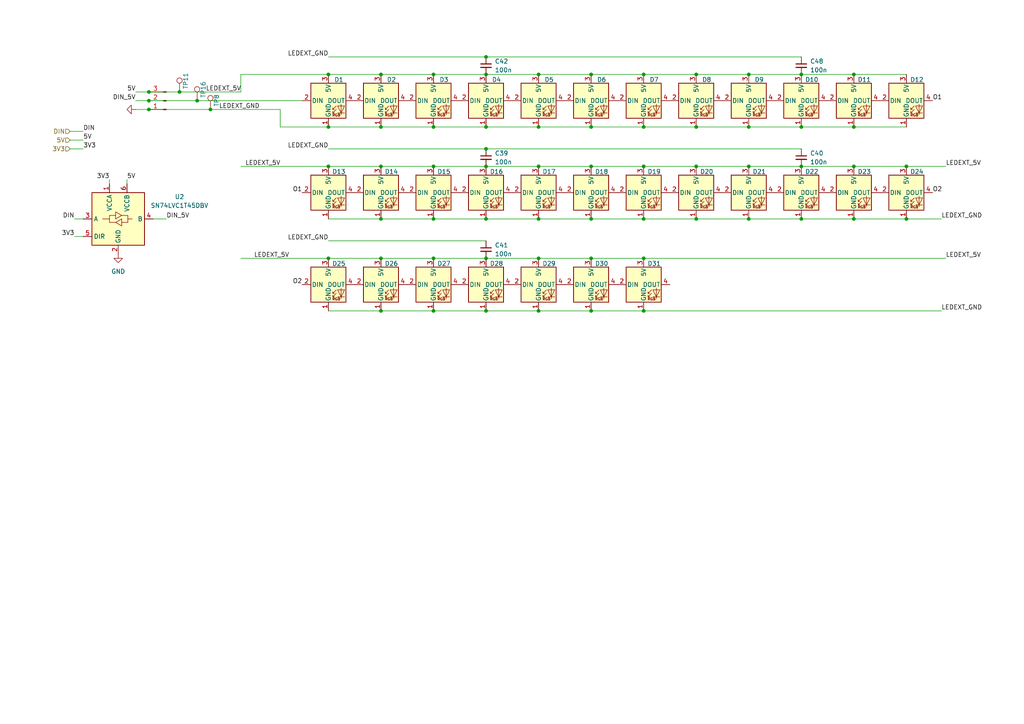
<source format=kicad_sch>
(kicad_sch (version 20250114) (generator "eeschema") (generator_version "9.0")
  (paper "A4")
  (lib_symbols
    (symbol "Connector:Conn_01x03_Pin" (pin_names (offset 1.016) (hide yes))
      (property "Reference" "J" (at 0 5.08 0))
      (property "Value" "Conn_01x03_Pin" (at 0 -5.08 0))
      (symbol "Conn_01x03_Pin_1_1"
        (rectangle (start 0.8636 2.667) (end 0 2.413) (stroke (width 0.1524)) (fill (type outline)))
        (rectangle (start 0.8636 0.127) (end 0 -0.127) (stroke (width 0.1524)) (fill (type outline)))
        (rectangle (start 0.8636 -2.413) (end 0 -2.667) (stroke (width 0.1524)) (fill (type outline)))
        (polyline (pts (xy 1.27 2.54) (xy 0.8636 2.54)) (stroke (width 0.1524)))
        (polyline (pts (xy 1.27 0) (xy 0.8636 0)) (stroke (width 0.1524)))
        (polyline (pts (xy 1.27 -2.54) (xy 0.8636 -2.54)) (stroke (width 0.1524)))
        (pin passive line (at 5.08 2.54 180) (length 3.81) (name "Pin_1") (number "1"))
        (pin passive line (at 5.08 0 180) (length 3.81) (name "Pin_2") (number "2"))
        (pin passive line (at 5.08 -2.54 180) (length 3.81) (name "Pin_3") (number "3"))
      )
    )
    (symbol "Connector:TestPoint" (pin_numbers (hide yes)) (pin_names (offset 0.762) (hide yes))
      (property "Reference" "TP" (at 0 6.858 0))
      (property "Value" "TestPoint" (at 0 5.08 0))
      (symbol "TestPoint_0_1"
        (circle (center 0 3.302) (radius 0.762))
      )
      (symbol "TestPoint_1_1"
        (pin passive line (at 0 0 90) (length 2.54) (name "1") (number "1"))
      )
    )
    (symbol "Device:C_Small" (pin_numbers (hide yes)) (pin_names (offset 0.254) (hide yes))
      (property "Reference" "C" (at 0.254 1.778 0))
      (property "Value" "C_Small" (at 0.254 -2.032 0))
      (symbol "C_Small_0_1"
        (polyline (pts (xy -1.524 0.508) (xy 1.524 0.508)) (stroke (width 0.3048)))
        (polyline (pts (xy -1.524 -0.508) (xy 1.524 -0.508)) (stroke (width 0.3302)))
      )
      (symbol "C_Small_1_1"
        (pin passive line (at 0 2.54 270) (length 2.032) (name "~") (number "1"))
        (pin passive line (at 0 -2.54 90) (length 2.032) (name "~") (number "2"))
      )
    )
    (symbol "Logic_LevelTranslator:SN74LVC1T45DBV"
      (property "Reference" "U" (at -6.35 8.89 0))
      (property "Value" "SN74LVC1T45DBV" (at 3.81 8.89 0))
      (symbol "SN74LVC1T45DBV_0_1"
        (rectangle (start -7.62 7.62) (end 7.62 -7.62) (stroke (width 0.254)) (fill (type background)))
        (polyline (pts (xy -2.54 0) (xy -2.54 1.016) (xy -0.762 1.016)))
        (polyline (pts (xy -0.762 0) (xy -0.762 2.032) (xy 1.016 1.016) (xy -0.762 0)))
        (polyline (pts (xy -0.762 -1.016) (xy -2.54 -1.016) (xy -2.54 0) (xy -4.572 0)))
        (polyline (pts (xy 1.016 1.016) (xy 2.794 1.016) (xy 2.794 0) (xy 4.064 0)))
        (polyline (pts (xy 1.016 0) (xy 1.016 -1.778) (xy 1.016 -2.032) (xy -0.762 -1.016) (xy 1.016 0)))
        (polyline (pts (xy 2.794 0) (xy 2.794 -1.016) (xy 1.016 -1.016)))
      )
      (symbol "SN74LVC1T45DBV_1_1"
        (pin bidirectional line (at -10.16 0 0) (length 2.54) (name "A") (number "3"))
        (pin input line (at -10.16 -5.08 0) (length 2.54) (name "DIR") (number "5"))
        (pin power_in line (at -2.54 10.16 270) (length 2.54) (name "VCCA") (number "1"))
        (pin power_in line (at 0 -10.16 90) (length 2.54) (name "GND") (number "2"))
        (pin power_in line (at 2.54 10.16 270) (length 2.54) (name "VCCB") (number "6"))
        (pin bidirectional line (at 10.16 0 180) (length 2.54) (name "B") (number "4"))
      )
    )
    (symbol "XL_WS2812B_1615:WS2812B" (pin_names (offset 0.254))
      (property "Reference" "D" (at 5.08 5.715 0))
      (property "Value" "WS2812B" (at 1.27 -5.715 0))
      (symbol "WS2812B_0_0"
        (text "RGB" (at 2.286 -4.191 0) (effects (font (size 0.762 0.762))))
      )
      (symbol "WS2812B_0_1"
        (rectangle (start -5.08 5.08) (end 5.08 -5.08) (stroke (width 0.254)) (fill (type background)))
        (polyline (pts (xy 1.27 -2.54) (xy 1.778 -2.54)))
        (polyline (pts (xy 1.27 -3.556) (xy 1.778 -3.556)))
        (polyline (pts (xy 2.286 -1.524) (xy 1.27 -2.54) (xy 1.27 -2.032)))
        (polyline (pts (xy 2.286 -2.54) (xy 1.27 -3.556) (xy 1.27 -3.048)))
        (polyline (pts (xy 3.683 -1.016) (xy 3.683 -3.556) (xy 3.683 -4.064)))
        (polyline (pts (xy 4.699 -1.524) (xy 2.667 -1.524) (xy 3.683 -3.556) (xy 4.699 -1.524)))
        (polyline (pts (xy 4.699 -3.556) (xy 2.667 -3.556)))
      )
      (symbol "WS2812B_1_1"
        (pin input line (at -7.62 0 0) (length 2.54) (name "DIN") (number "2"))
        (pin power_in line (at 0 7.62 270) (length 2.54) (name "5V") (number "3"))
        (pin power_in line (at 0 -7.62 90) (length 2.54) (name "GND") (number "1"))
        (pin output line (at 7.62 0 180) (length 2.54) (name "DOUT") (number "4"))
      )
    )
    (symbol "power:GND" (power) (pin_numbers (hide yes)) (pin_names (offset 0) (hide yes))
      (property "Value" "GND" (at 0 -3.81 0))
      (symbol "GND_0_1"
        (polyline (pts (xy 0 0) (xy 0 -1.27) (xy 1.27 -1.27) (xy 0 -2.54) (xy -1.27 -1.27) (xy 0 -1.27)))
      )
      (symbol "GND_1_1"
        (pin power_in line (at 0 0 270) (length 0) (name "~") (number "1"))
      )
    )
  )
  (junction (at 125.73 63.5))
  (junction (at 140.97 36.83))
  (junction (at 156.21 21.59))
  (junction (at 201.93 21.59))
  (junction (at 125.73 36.83))
  (junction (at 247.65 21.59))
  (junction (at 201.93 63.5))
  (junction (at 140.97 48.26))
  (junction (at 186.69 90.17))
  (junction (at 52.07 26.67))
  (junction (at 95.25 21.59))
  (junction (at 156.21 36.83))
  (junction (at 232.41 48.26))
  (junction (at 110.49 48.26))
  (junction (at 201.93 36.83))
  (junction (at 110.49 36.83))
  (junction (at 156.21 63.5))
  (junction (at 95.25 74.93))
  (junction (at 110.49 63.5))
  (junction (at 156.21 74.93))
  (junction (at 140.97 90.17))
  (junction (at 171.45 48.26))
  (junction (at 247.65 48.26))
  (junction (at 217.17 63.5))
  (junction (at 140.97 63.5))
  (junction (at 186.69 36.83))
  (junction (at 61.0383 31.75))
  (junction (at 43.18 31.75))
  (junction (at 186.69 63.5))
  (junction (at 125.73 90.17))
  (junction (at 110.49 90.17))
  (junction (at 232.41 36.83))
  (junction (at 125.73 21.59))
  (junction (at 171.45 90.17))
  (junction (at 156.21 48.26))
  (junction (at 217.17 21.59))
  (junction (at 232.41 63.5))
  (junction (at 186.69 48.26))
  (junction (at 43.18 26.67))
  (junction (at 217.17 36.83))
  (junction (at 110.49 74.93))
  (junction (at 57.1841 29.21))
  (junction (at 140.97 74.93))
  (junction (at 201.93 48.26))
  (junction (at 125.73 74.93))
  (junction (at 247.65 63.5))
  (junction (at 262.89 63.5))
  (junction (at 171.45 74.93))
  (junction (at 43.18 29.21))
  (junction (at 110.49 21.59))
  (junction (at 140.97 43.18))
  (junction (at 247.65 36.83))
  (junction (at 262.89 48.26))
  (junction (at 125.73 48.26))
  (junction (at 140.97 16.51))
  (junction (at 140.97 21.59))
  (junction (at 171.45 21.59))
  (junction (at 186.69 21.59))
  (junction (at 232.41 21.59))
  (junction (at 186.69 74.93))
  (junction (at 171.45 36.83))
  (junction (at 95.25 48.26))
  (junction (at 95.25 36.83))
  (junction (at 171.45 63.5))
  (junction (at 156.21 90.17))
  (junction (at 217.17 48.26))
  (wire (pts (xy 156.21 74.93) (xy 171.45 74.93)))
  (wire (pts (xy 140.97 90.17) (xy 156.21 90.17)))
  (wire (pts (xy 201.93 63.5) (xy 217.17 63.5)))
  (wire (pts (xy 81.28 36.83) (xy 95.25 36.83)))
  (wire (pts (xy 140.97 36.83) (xy 156.21 36.83)))
  (wire (pts (xy 156.21 48.26) (xy 171.45 48.26)))
  (wire (pts (xy 31.75 52.07) (xy 31.75 53.34)))
  (wire (pts (xy 110.49 48.26) (xy 125.73 48.26)))
  (wire (pts (xy 95.25 16.51) (xy 140.97 16.51)))
  (wire (pts (xy 36.83 52.07) (xy 36.83 53.34)))
  (wire (pts (xy 43.18 31.75) (xy 61.0383 31.75)))
  (wire (pts (xy 186.69 90.17) (xy 273.05 90.17)))
  (wire (pts (xy 43.18 26.67) (xy 52.07 26.67)))
  (wire (pts (xy 140.97 16.51) (xy 232.41 16.51)))
  (wire (pts (xy 140.97 48.26) (xy 156.21 48.26)))
  (wire (pts (xy 125.73 48.26) (xy 140.97 48.26)))
  (wire (pts (xy 247.65 48.26) (xy 262.89 48.26)))
  (wire (pts (xy 156.21 21.59) (xy 171.45 21.59)))
  (wire (pts (xy 69.85 26.67) (xy 69.85 21.59)))
  (wire (pts (xy 171.45 21.59) (xy 186.69 21.59)))
  (wire (pts (xy 43.18 29.21) (xy 57.1841 29.21)))
  (wire (pts (xy 39.37 26.67) (xy 43.18 26.67)))
  (wire (pts (xy 217.17 36.83) (xy 232.41 36.83)))
  (wire (pts (xy 69.85 74.93) (xy 95.25 74.93)))
  (wire (pts (xy 24.13 40.64) (xy 20.32 40.64)))
  (wire (pts (xy 140.97 74.93) (xy 156.21 74.93)))
  (wire (pts (xy 110.49 21.59) (xy 125.73 21.59)))
  (wire (pts (xy 186.69 21.59) (xy 201.93 21.59)))
  (wire (pts (xy 201.93 48.26) (xy 217.17 48.26)))
  (wire (pts (xy 110.49 90.17) (xy 125.73 90.17)))
  (wire (pts (xy 95.25 48.26) (xy 110.49 48.26)))
  (wire (pts (xy 201.93 36.83) (xy 217.17 36.83)))
  (wire (pts (xy 232.41 63.5) (xy 247.65 63.5)))
  (wire (pts (xy 125.73 63.5) (xy 140.97 63.5)))
  (wire (pts (xy 186.69 74.93) (xy 274.32 74.93)))
  (wire (pts (xy 39.37 29.21) (xy 43.18 29.21)))
  (wire (pts (xy 69.85 48.26) (xy 95.25 48.26)))
  (wire (pts (xy 95.25 90.17) (xy 110.49 90.17)))
  (wire (pts (xy 217.17 63.5) (xy 232.41 63.5)))
  (wire (pts (xy 95.25 69.85) (xy 140.97 69.85)))
  (wire (pts (xy 125.73 36.83) (xy 140.97 36.83)))
  (wire (pts (xy 20.32 38.1) (xy 24.13 38.1)))
  (wire (pts (xy 57.1841 29.21) (xy 87.63 29.21)))
  (wire (pts (xy 232.41 48.26) (xy 247.65 48.26)))
  (wire (pts (xy 125.73 21.59) (xy 140.97 21.59)))
  (wire (pts (xy 186.69 48.26) (xy 201.93 48.26)))
  (wire (pts (xy 171.45 63.5) (xy 186.69 63.5)))
  (wire (pts (xy 95.25 36.83) (xy 110.49 36.83)))
  (wire (pts (xy 156.21 36.83) (xy 171.45 36.83)))
  (wire (pts (xy 171.45 36.83) (xy 186.69 36.83)))
  (wire (pts (xy 44.45 63.5) (xy 48.26 63.5)))
  (wire (pts (xy 201.93 21.59) (xy 217.17 21.59)))
  (wire (pts (xy 186.69 36.83) (xy 201.93 36.83)))
  (wire (pts (xy 39.37 31.75) (xy 43.18 31.75)))
  (wire (pts (xy 95.25 43.18) (xy 140.97 43.18)))
  (wire (pts (xy 171.45 90.17) (xy 186.69 90.17)))
  (wire (pts (xy 61.0383 31.75) (xy 81.28 31.75)))
  (wire (pts (xy 217.17 48.26) (xy 232.41 48.26)))
  (wire (pts (xy 156.21 90.17) (xy 171.45 90.17)))
  (wire (pts (xy 125.73 90.17) (xy 140.97 90.17)))
  (wire (pts (xy 171.45 48.26) (xy 186.69 48.26)))
  (wire (pts (xy 262.89 48.26) (xy 274.32 48.26)))
  (wire (pts (xy 81.28 31.75) (xy 81.28 36.83)))
  (wire (pts (xy 110.49 63.5) (xy 125.73 63.5)))
  (wire (pts (xy 110.49 74.93) (xy 125.73 74.93)))
  (wire (pts (xy 247.65 21.59) (xy 262.89 21.59)))
  (wire (pts (xy 247.65 36.83) (xy 262.89 36.83)))
  (wire (pts (xy 140.97 21.59) (xy 156.21 21.59)))
  (wire (pts (xy 247.65 63.5) (xy 262.89 63.5)))
  (wire (pts (xy 21.59 63.5) (xy 24.13 63.5)))
  (wire (pts (xy 110.49 36.83) (xy 125.73 36.83)))
  (wire (pts (xy 140.97 43.18) (xy 232.41 43.18)))
  (wire (pts (xy 95.25 74.93) (xy 110.49 74.93)))
  (wire (pts (xy 232.41 36.83) (xy 247.65 36.83)))
  (wire (pts (xy 232.41 21.59) (xy 247.65 21.59)))
  (wire (pts (xy 140.97 63.5) (xy 156.21 63.5)))
  (wire (pts (xy 20.32 43.18) (xy 24.13 43.18)))
  (wire (pts (xy 262.89 63.5) (xy 273.05 63.5)))
  (wire (pts (xy 186.69 63.5) (xy 201.93 63.5)))
  (wire (pts (xy 171.45 74.93) (xy 186.69 74.93)))
  (wire (pts (xy 52.07 26.67) (xy 69.85 26.67)))
  (wire (pts (xy 21.59 68.58) (xy 24.13 68.58)))
  (wire (pts (xy 125.73 74.93) (xy 140.97 74.93)))
  (wire (pts (xy 69.85 21.59) (xy 95.25 21.59)))
  (wire (pts (xy 95.25 21.59) (xy 110.49 21.59)))
  (wire (pts (xy 95.25 63.5) (xy 110.49 63.5)))
  (wire (pts (xy 156.21 63.5) (xy 171.45 63.5)))
  (wire (pts (xy 217.17 21.59) (xy 232.41 21.59)))
  (label "DIN" (at 21.59 63.5 180))
  (label "LEDEXT_5V" (at 73.66 74.93 0))
  (label "3V3" (at 24.13 43.18 0))
  (label "LEDEXT_GND" (at 95.25 43.18 180))
  (label "O1" (at 270.51 29.21 0))
  (label "LEDEXT_GND" (at 273.05 90.17 0))
  (label "LEDEXT_5V" (at 274.32 74.93 0))
  (label "3V3" (at 21.59 68.58 180))
  (label "LEDEXT_GND" (at 63.5 31.75 0))
  (label "5V" (at 39.37 26.67 180))
  (label "DIN_5V" (at 48.26 63.5 0))
  (label "DIN" (at 24.13 38.1 0))
  (label "O1" (at 87.63 55.88 180))
  (label "DIN_5V" (at 39.37 29.21 180))
  (label "LEDEXT_GND" (at 95.25 69.85 180))
  (label "3V3" (at 31.75 52.07 180))
  (label "LEDEXT_5V" (at 274.32 48.26 0))
  (label "LEDEXT_5V" (at 71.12 48.26 0))
  (label "O2" (at 87.63 82.55 180))
  (label "LEDEXT_GND" (at 273.05 63.5 0))
  (label "LEDEXT_GND" (at 95.25 16.51 180))
  (label "5V" (at 24.13 40.64 0))
  (label "LEDEXT_5V" (at 59.69 26.67 0))
  (label "5V" (at 36.83 52.07 0))
  (label "O2" (at 270.51 55.88 0))
  (hierarchical_label "DIN" (shape input) (at 20.32 38.1 180))
  (hierarchical_label "5V" (shape input) (at 20.32 40.64 180))
  (hierarchical_label "3V3" (shape input) (at 20.32 43.18 180))
  (symbol (lib_id "XL_WS2812B_1615:WS2812B") (at 95.25 55.88 0) (unit 1)
    (property "Reference" "D13" (at 98.298 49.784 0))
    (property "Value" "WS2812B" (effects (hide yes)))
    (property "Footprint" "Equilibot:XL_WS2812B_1615" (effects (hide yes)))
    (property "Datasheet" "https://cdn-shop.adafruit.com/datasheets/WS2812B.pdf" (effects (hide yes)))
    (property "Description" "RGB LED with integrated controller" (effects (hide yes)))
  )
  (symbol (lib_id "XL_WS2812B_1615:WS2812B") (at 186.69 29.21 0) (unit 1)
    (property "Reference" "D7" (at 189.738 23.114 0))
    (property "Value" "WS2812B" (effects (hide yes)))
    (property "Footprint" "Equilibot:XL_WS2812B_1615" (effects (hide yes)))
    (property "Datasheet" "https://cdn-shop.adafruit.com/datasheets/WS2812B.pdf" (effects (hide yes)))
    (property "Description" "RGB LED with integrated controller" (effects (hide yes)))
  )
  (symbol (lib_id "XL_WS2812B_1615:WS2812B") (at 95.25 29.21 0) (unit 1)
    (property "Reference" "D1" (at 98.298 23.114 0))
    (property "Value" "WS2812B" (effects (hide yes)))
    (property "Footprint" "Equilibot:XL_WS2812B_1615" (effects (hide yes)))
    (property "Datasheet" "https://cdn-shop.adafruit.com/datasheets/WS2812B.pdf" (effects (hide yes)))
    (property "Description" "RGB LED with integrated controller" (effects (hide yes)))
  )
  (symbol (lib_id "XL_WS2812B_1615:WS2812B") (at 140.97 82.55 0) (unit 1)
    (property "Reference" "D28" (at 144.018 76.454 0))
    (property "Value" "WS2812B" (effects (hide yes)))
    (property "Footprint" "Equilibot:XL_WS2812B_1615" (effects (hide yes)))
    (property "Datasheet" "https://cdn-shop.adafruit.com/datasheets/WS2812B.pdf" (effects (hide yes)))
    (property "Description" "RGB LED with integrated controller" (effects (hide yes)))
  )
  (symbol (lib_id "XL_WS2812B_1615:WS2812B") (at 232.41 55.88 0) (unit 1)
    (property "Reference" "D22" (at 235.458 49.784 0))
    (property "Value" "WS2812B" (effects (hide yes)))
    (property "Footprint" "Equilibot:XL_WS2812B_1615" (effects (hide yes)))
    (property "Datasheet" "https://cdn-shop.adafruit.com/datasheets/WS2812B.pdf" (effects (hide yes)))
    (property "Description" "RGB LED with integrated controller" (effects (hide yes)))
  )
  (symbol (lib_id "XL_WS2812B_1615:WS2812B") (at 95.25 82.55 0) (unit 1)
    (property "Reference" "D25" (at 98.298 76.454 0))
    (property "Value" "WS2812B" (effects (hide yes)))
    (property "Footprint" "Equilibot:XL_WS2812B_1615" (effects (hide yes)))
    (property "Datasheet" "https://cdn-shop.adafruit.com/datasheets/WS2812B.pdf" (effects (hide yes)))
    (property "Description" "RGB LED with integrated controller" (effects (hide yes)))
  )
  (symbol (lib_id "Device:C_Small") (at 140.97 45.72 0) (unit 1)
    (property "Reference" "C39" (at 143.51 44.4562 0) (effects (justify left)))
    (property "Value" "100n" (at 143.51 46.9962 0) (effects (justify left)))
    (property "Footprint" "Capacitor_SMD:C_0603_1608Metric" (effects (hide yes)))
    (property "Description" "Unpolarized capacitor, small symbol" (effects (hide yes)))
  )
  (symbol (lib_id "Connector:TestPoint") (at 57.1841 29.21 0) (mirror y) (unit 1)
    (property "Reference" "TP16" (at 58.9621 28.448 90) (effects (justify left)))
    (property "Value" "TestPoint" (effects (hide yes)))
    (property "Footprint" "Equilibot:TestPoint_Pad_1.0x1.0mm" (effects (hide yes)))
    (property "Description" "test point" (effects (hide yes)))
  )
  (symbol (lib_id "Connector:TestPoint") (at 52.07 26.67 0) (mirror y) (unit 1)
    (property "Reference" "TP11" (at 53.848 25.908 90) (effects (justify left)))
    (property "Value" "TestPoint" (effects (hide yes)))
    (property "Footprint" "Equilibot:TestPoint_Pad_1.0x1.0mm" (effects (hide yes)))
    (property "Description" "test point" (effects (hide yes)))
  )
  (symbol (lib_id "XL_WS2812B_1615:WS2812B") (at 217.17 55.88 0) (unit 1)
    (property "Reference" "D21" (at 220.218 49.784 0))
    (property "Value" "WS2812B" (effects (hide yes)))
    (property "Footprint" "Equilibot:XL_WS2812B_1615" (effects (hide yes)))
    (property "Datasheet" "https://cdn-shop.adafruit.com/datasheets/WS2812B.pdf" (effects (hide yes)))
    (property "Description" "RGB LED with integrated controller" (effects (hide yes)))
  )
  (symbol (lib_id "XL_WS2812B_1615:WS2812B") (at 201.93 55.88 0) (unit 1)
    (property "Reference" "D20" (at 204.978 49.784 0))
    (property "Value" "WS2812B" (effects (hide yes)))
    (property "Footprint" "Equilibot:XL_WS2812B_1615" (effects (hide yes)))
    (property "Datasheet" "https://cdn-shop.adafruit.com/datasheets/WS2812B.pdf" (effects (hide yes)))
    (property "Description" "RGB LED with integrated controller" (effects (hide yes)))
  )
  (symbol (lib_id "XL_WS2812B_1615:WS2812B") (at 171.45 82.55 0) (unit 1)
    (property "Reference" "D30" (at 174.498 76.454 0))
    (property "Value" "WS2812B" (effects (hide yes)))
    (property "Footprint" "Equilibot:XL_WS2812B_1615" (effects (hide yes)))
    (property "Datasheet" "https://cdn-shop.adafruit.com/datasheets/WS2812B.pdf" (effects (hide yes)))
    (property "Description" "RGB LED with integrated controller" (effects (hide yes)))
  )
  (symbol (lib_id "XL_WS2812B_1615:WS2812B") (at 125.73 29.21 0) (unit 1)
    (property "Reference" "D3" (at 128.778 23.114 0))
    (property "Value" "WS2812B" (effects (hide yes)))
    (property "Footprint" "Equilibot:XL_WS2812B_1615" (effects (hide yes)))
    (property "Datasheet" "https://cdn-shop.adafruit.com/datasheets/WS2812B.pdf" (effects (hide yes)))
    (property "Description" "RGB LED with integrated controller" (effects (hide yes)))
  )
  (symbol (lib_id "power:GND") (at 39.37 31.75 270) (unit 1)
    (property "Reference" "#PWR0100" (effects (hide yes)))
    (property "Value" "GND" (effects (hide yes)))
    (property "Description" "Power symbol creates a global label with name \"GND\" , ground" (effects (hide yes)))
  )
  (symbol (lib_id "XL_WS2812B_1615:WS2812B") (at 156.21 82.55 0) (unit 1)
    (property "Reference" "D29" (at 159.258 76.454 0))
    (property "Value" "WS2812B" (effects (hide yes)))
    (property "Footprint" "Equilibot:XL_WS2812B_1615" (effects (hide yes)))
    (property "Datasheet" "https://cdn-shop.adafruit.com/datasheets/WS2812B.pdf" (effects (hide yes)))
    (property "Description" "RGB LED with integrated controller" (effects (hide yes)))
  )
  (symbol (lib_id "Logic_LevelTranslator:SN74LVC1T45DBV") (at 34.29 63.5 0) (unit 1)
    (property "Reference" "U2" (at 52.07 57.0798 0))
    (property "Value" "SN74LVC1T45DBV" (at 52.07 59.6198 0))
    (property "Footprint" "Package_TO_SOT_SMD:SOT-23-6" (effects (hide yes)))
    (property "Datasheet" "http://www.ti.com/lit/ds/symlink/sn74lvc1t45.pdf" (effects (hide yes)))
    (property "Description" "Single-Bit Dual-Supply Bus Transceiver With Configurable Voltage Translation and 3-State Outputs, SOT-23-6" (effects (hide yes)))
  )
  (symbol (lib_id "XL_WS2812B_1615:WS2812B") (at 171.45 55.88 0) (unit 1)
    (property "Reference" "D18" (at 174.498 49.784 0))
    (property "Value" "WS2812B" (effects (hide yes)))
    (property "Footprint" "Equilibot:XL_WS2812B_1615" (effects (hide yes)))
    (property "Datasheet" "https://cdn-shop.adafruit.com/datasheets/WS2812B.pdf" (effects (hide yes)))
    (property "Description" "RGB LED with integrated controller" (effects (hide yes)))
  )
  (symbol (lib_id "XL_WS2812B_1615:WS2812B") (at 110.49 29.21 0) (unit 1)
    (property "Reference" "D2" (at 113.538 23.114 0))
    (property "Value" "WS2812B" (effects (hide yes)))
    (property "Footprint" "Equilibot:XL_WS2812B_1615" (effects (hide yes)))
    (property "Datasheet" "https://cdn-shop.adafruit.com/datasheets/WS2812B.pdf" (effects (hide yes)))
    (property "Description" "RGB LED with integrated controller" (effects (hide yes)))
  )
  (symbol (lib_id "XL_WS2812B_1615:WS2812B") (at 156.21 55.88 0) (unit 1)
    (property "Reference" "D17" (at 159.258 49.784 0))
    (property "Value" "WS2812B" (effects (hide yes)))
    (property "Footprint" "Equilibot:XL_WS2812B_1615" (effects (hide yes)))
    (property "Datasheet" "https://cdn-shop.adafruit.com/datasheets/WS2812B.pdf" (effects (hide yes)))
    (property "Description" "RGB LED with integrated controller" (effects (hide yes)))
  )
  (symbol (lib_id "XL_WS2812B_1615:WS2812B") (at 110.49 82.55 0) (unit 1)
    (property "Reference" "D26" (at 113.538 76.454 0))
    (property "Value" "WS2812B" (effects (hide yes)))
    (property "Footprint" "Equilibot:XL_WS2812B_1615" (effects (hide yes)))
    (property "Datasheet" "https://cdn-shop.adafruit.com/datasheets/WS2812B.pdf" (effects (hide yes)))
    (property "Description" "RGB LED with integrated controller" (effects (hide yes)))
  )
  (symbol (lib_id "XL_WS2812B_1615:WS2812B") (at 110.49 55.88 0) (unit 1)
    (property "Reference" "D14" (at 113.538 49.784 0))
    (property "Value" "WS2812B" (effects (hide yes)))
    (property "Footprint" "Equilibot:XL_WS2812B_1615" (effects (hide yes)))
    (property "Datasheet" "https://cdn-shop.adafruit.com/datasheets/WS2812B.pdf" (effects (hide yes)))
    (property "Description" "RGB LED with integrated controller" (effects (hide yes)))
  )
  (symbol (lib_id "XL_WS2812B_1615:WS2812B") (at 171.45 29.21 0) (unit 1)
    (property "Reference" "D6" (at 174.498 23.114 0))
    (property "Value" "WS2812B" (effects (hide yes)))
    (property "Footprint" "Equilibot:XL_WS2812B_1615" (effects (hide yes)))
    (property "Datasheet" "https://cdn-shop.adafruit.com/datasheets/WS2812B.pdf" (effects (hide yes)))
    (property "Description" "RGB LED with integrated controller" (effects (hide yes)))
  )
  (symbol (lib_id "XL_WS2812B_1615:WS2812B") (at 262.89 55.88 0) (unit 1)
    (property "Reference" "D24" (at 265.938 49.784 0))
    (property "Value" "WS2812B" (effects (hide yes)))
    (property "Footprint" "Equilibot:XL_WS2812B_1615" (effects (hide yes)))
    (property "Datasheet" "https://cdn-shop.adafruit.com/datasheets/WS2812B.pdf" (effects (hide yes)))
    (property "Description" "RGB LED with integrated controller" (effects (hide yes)))
  )
  (symbol (lib_id "XL_WS2812B_1615:WS2812B") (at 247.65 55.88 0) (unit 1)
    (property "Reference" "D23" (at 250.698 49.784 0))
    (property "Value" "WS2812B" (effects (hide yes)))
    (property "Footprint" "Equilibot:XL_WS2812B_1615" (effects (hide yes)))
    (property "Datasheet" "https://cdn-shop.adafruit.com/datasheets/WS2812B.pdf" (effects (hide yes)))
    (property "Description" "RGB LED with integrated controller" (effects (hide yes)))
  )
  (symbol (lib_id "Device:C_Small") (at 232.41 19.05 0) (unit 1)
    (property "Reference" "C48" (at 234.95 17.7862 0) (effects (justify left)))
    (property "Value" "100n" (at 234.95 20.3262 0) (effects (justify left)))
    (property "Footprint" "Capacitor_SMD:C_0603_1608Metric" (effects (hide yes)))
    (property "Description" "Unpolarized capacitor, small symbol" (effects (hide yes)))
  )
  (symbol (lib_id "XL_WS2812B_1615:WS2812B") (at 262.89 29.21 0) (unit 1)
    (property "Reference" "D12" (at 265.938 23.114 0))
    (property "Value" "WS2812B" (effects (hide yes)))
    (property "Footprint" "Equilibot:XL_WS2812B_1615" (effects (hide yes)))
    (property "Datasheet" "https://cdn-shop.adafruit.com/datasheets/WS2812B.pdf" (effects (hide yes)))
    (property "Description" "RGB LED with integrated controller" (effects (hide yes)))
  )
  (symbol (lib_id "XL_WS2812B_1615:WS2812B") (at 156.21 29.21 0) (unit 1)
    (property "Reference" "D5" (at 159.258 23.114 0))
    (property "Value" "WS2812B" (effects (hide yes)))
    (property "Footprint" "Equilibot:XL_WS2812B_1615" (effects (hide yes)))
    (property "Datasheet" "https://cdn-shop.adafruit.com/datasheets/WS2812B.pdf" (effects (hide yes)))
    (property "Description" "RGB LED with integrated controller" (effects (hide yes)))
  )
  (symbol (lib_id "XL_WS2812B_1615:WS2812B") (at 125.73 55.88 0) (unit 1)
    (property "Reference" "D15" (at 128.778 49.784 0))
    (property "Value" "WS2812B" (effects (hide yes)))
    (property "Footprint" "Equilibot:XL_WS2812B_1615" (effects (hide yes)))
    (property "Datasheet" "https://cdn-shop.adafruit.com/datasheets/WS2812B.pdf" (effects (hide yes)))
    (property "Description" "RGB LED with integrated controller" (effects (hide yes)))
  )
  (symbol (lib_id "XL_WS2812B_1615:WS2812B") (at 140.97 29.21 0) (unit 1)
    (property "Reference" "D4" (at 144.018 23.114 0))
    (property "Value" "WS2812B" (effects (hide yes)))
    (property "Footprint" "Equilibot:XL_WS2812B_1615" (effects (hide yes)))
    (property "Datasheet" "https://cdn-shop.adafruit.com/datasheets/WS2812B.pdf" (effects (hide yes)))
    (property "Description" "RGB LED with integrated controller" (effects (hide yes)))
  )
  (symbol (lib_id "XL_WS2812B_1615:WS2812B") (at 247.65 29.21 0) (unit 1)
    (property "Reference" "D11" (at 250.698 23.114 0))
    (property "Value" "WS2812B" (effects (hide yes)))
    (property "Footprint" "Equilibot:XL_WS2812B_1615" (effects (hide yes)))
    (property "Datasheet" "https://cdn-shop.adafruit.com/datasheets/WS2812B.pdf" (effects (hide yes)))
    (property "Description" "RGB LED with integrated controller" (effects (hide yes)))
  )
  (symbol (lib_id "Connector:Conn_01x03_Pin") (at 48.26 29.21 180) (unit 1)
    (property "Reference" "J5" (effects (hide yes)))
    (property "Value" "Conn_01x03_Pin" (effects (hide yes)))
    (property "Footprint" "Connector_PinSocket_2.54mm:PinSocket_1x03_P2.54mm_Vertical" (effects (hide yes)))
    (property "Description" "Generic connector, single row, 01x03, script generated" (effects (hide yes)))
  )
  (symbol (lib_id "Device:C_Small") (at 140.97 19.05 0) (unit 1)
    (property "Reference" "C42" (at 143.51 17.7862 0) (effects (justify left)))
    (property "Value" "100n" (at 143.51 20.3262 0) (effects (justify left)))
    (property "Footprint" "Capacitor_SMD:C_0603_1608Metric" (effects (hide yes)))
    (property "Description" "Unpolarized capacitor, small symbol" (effects (hide yes)))
  )
  (symbol (lib_id "XL_WS2812B_1615:WS2812B") (at 232.41 29.21 0) (unit 1)
    (property "Reference" "D10" (at 235.458 23.114 0))
    (property "Value" "WS2812B" (effects (hide yes)))
    (property "Footprint" "Equilibot:XL_WS2812B_1615" (effects (hide yes)))
    (property "Datasheet" "https://cdn-shop.adafruit.com/datasheets/WS2812B.pdf" (effects (hide yes)))
    (property "Description" "RGB LED with integrated controller" (effects (hide yes)))
  )
  (symbol (lib_id "Device:C_Small") (at 140.97 72.39 0) (unit 1)
    (property "Reference" "C41" (at 143.51 71.1262 0) (effects (justify left)))
    (property "Value" "100n" (at 143.51 73.6662 0) (effects (justify left)))
    (property "Footprint" "Capacitor_SMD:C_0603_1608Metric" (effects (hide yes)))
    (property "Description" "Unpolarized capacitor, small symbol" (effects (hide yes)))
  )
  (symbol (lib_id "power:GND") (at 34.29 73.66 0) (unit 1)
    (property "Reference" "#PWR066" (effects (hide yes)))
    (property "Value" "GND" (at 34.29 78.74 0))
    (property "Description" "Power symbol creates a global label with name \"GND\" , ground" (effects (hide yes)))
  )
  (symbol (lib_id "XL_WS2812B_1615:WS2812B") (at 186.69 55.88 0) (unit 1)
    (property "Reference" "D19" (at 189.738 49.784 0))
    (property "Value" "WS2812B" (effects (hide yes)))
    (property "Footprint" "Equilibot:XL_WS2812B_1615" (effects (hide yes)))
    (property "Datasheet" "https://cdn-shop.adafruit.com/datasheets/WS2812B.pdf" (effects (hide yes)))
    (property "Description" "RGB LED with integrated controller" (effects (hide yes)))
  )
  (symbol (lib_id "Connector:TestPoint") (at 61.0383 31.75 0) (mirror y) (unit 1)
    (property "Reference" "TP8" (at 62.8163 30.988 90) (effects (justify left)))
    (property "Value" "TestPoint" (effects (hide yes)))
    (property "Footprint" "Equilibot:TestPoint_Pad_1.0x1.0mm" (effects (hide yes)))
    (property "Description" "test point" (effects (hide yes)))
  )
  (symbol (lib_id "Device:C_Small") (at 232.41 45.72 0) (unit 1)
    (property "Reference" "C40" (at 234.95 44.4562 0) (effects (justify left)))
    (property "Value" "100n" (at 234.95 46.9962 0) (effects (justify left)))
    (property "Footprint" "Capacitor_SMD:C_0603_1608Metric" (effects (hide yes)))
    (property "Description" "Unpolarized capacitor, small symbol" (effects (hide yes)))
  )
  (symbol (lib_id "XL_WS2812B_1615:WS2812B") (at 201.93 29.21 0) (unit 1)
    (property "Reference" "D8" (at 204.978 23.114 0))
    (property "Value" "WS2812B" (effects (hide yes)))
    (property "Footprint" "Equilibot:XL_WS2812B_1615" (effects (hide yes)))
    (property "Datasheet" "https://cdn-shop.adafruit.com/datasheets/WS2812B.pdf" (effects (hide yes)))
    (property "Description" "RGB LED with integrated controller" (effects (hide yes)))
  )
  (symbol (lib_id "XL_WS2812B_1615:WS2812B") (at 186.69 82.55 0) (unit 1)
    (property "Reference" "D31" (at 189.738 76.454 0))
    (property "Value" "WS2812B" (effects (hide yes)))
    (property "Footprint" "Equilibot:XL_WS2812B_1615" (effects (hide yes)))
    (property "Datasheet" "https://cdn-shop.adafruit.com/datasheets/WS2812B.pdf" (effects (hide yes)))
    (property "Description" "RGB LED with integrated controller" (effects (hide yes)))
  )
  (symbol (lib_id "XL_WS2812B_1615:WS2812B") (at 140.97 55.88 0) (unit 1)
    (property "Reference" "D16" (at 144.018 49.784 0))
    (property "Value" "WS2812B" (effects (hide yes)))
    (property "Footprint" "Equilibot:XL_WS2812B_1615" (effects (hide yes)))
    (property "Datasheet" "https://cdn-shop.adafruit.com/datasheets/WS2812B.pdf" (effects (hide yes)))
    (property "Description" "RGB LED with integrated controller" (effects (hide yes)))
  )
  (symbol (lib_id "XL_WS2812B_1615:WS2812B") (at 217.17 29.21 0) (unit 1)
    (property "Reference" "D9" (at 220.218 23.114 0))
    (property "Value" "WS2812B" (effects (hide yes)))
    (property "Footprint" "Equilibot:XL_WS2812B_1615" (effects (hide yes)))
    (property "Datasheet" "https://cdn-shop.adafruit.com/datasheets/WS2812B.pdf" (effects (hide yes)))
    (property "Description" "RGB LED with integrated controller" (effects (hide yes)))
  )
  (symbol (lib_id "XL_WS2812B_1615:WS2812B") (at 125.73 82.55 0) (unit 1)
    (property "Reference" "D27" (at 128.778 76.454 0))
    (property "Value" "WS2812B" (effects (hide yes)))
    (property "Footprint" "Equilibot:XL_WS2812B_1615" (effects (hide yes)))
    (property "Datasheet" "https://cdn-shop.adafruit.com/datasheets/WS2812B.pdf" (effects (hide yes)))
    (property "Description" "RGB LED with integrated controller" (effects (hide yes)))
  )
)
</source>
